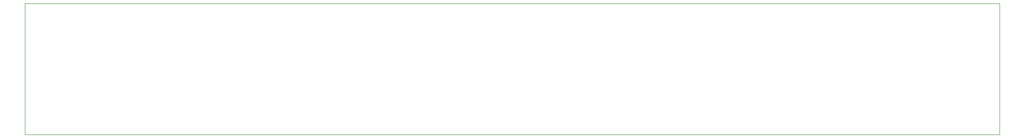
<source format=gbr>
G04 #@! TF.GenerationSoftware,KiCad,Pcbnew,(5.1.4)-1*
G04 #@! TF.CreationDate,2019-10-22T11:22:40-04:00*
G04 #@! TF.ProjectId,LitLine35mm,4c69744c-696e-4653-9335-6d6d2e6b6963,rev?*
G04 #@! TF.SameCoordinates,Original*
G04 #@! TF.FileFunction,Profile,NP*
%FSLAX46Y46*%
G04 Gerber Fmt 4.6, Leading zero omitted, Abs format (unit mm)*
G04 Created by KiCad (PCBNEW (5.1.4)-1) date 2019-10-22 11:22:40*
%MOMM*%
%LPD*%
G04 APERTURE LIST*
%ADD10C,0.120000*%
G04 APERTURE END LIST*
D10*
X51054000Y-52324000D02*
X51054000Y-64516000D01*
X51054000Y-64516000D02*
X240157000Y-64516000D01*
X240157000Y-64516000D02*
X240157000Y-52324000D01*
X240157000Y-38989000D02*
X51054000Y-38989000D01*
X240157000Y-52324000D02*
X240157000Y-38989000D01*
X51054000Y-38989000D02*
X51054000Y-52324000D01*
M02*

</source>
